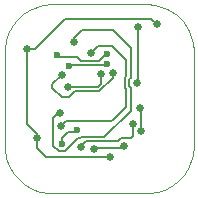
<source format=gbl>
G04 Layer_Physical_Order=2*
G04 Layer_Color=16711680*
%FSLAX25Y25*%
%MOIN*%
G70*
G01*
G75*
%ADD16C,0.00800*%
%ADD17C,0.00050*%
%ADD18C,0.02500*%
%ADD19C,0.02362*%
D16*
X16000Y25000D02*
X17769Y26769D01*
X18500D01*
X24569Y18419D02*
X25069D01*
X20069Y13919D02*
X24569Y18419D01*
X25069D02*
X25400Y18750D01*
X25150Y15500D02*
X27000Y17350D01*
X25400Y18750D02*
X33215D01*
X23500Y20500D02*
X24000Y21000D01*
X33215Y18750D02*
X42000Y27535D01*
X18700Y22400D02*
X20368Y24069D01*
X35858Y24500D02*
X36165D01*
X35426Y24069D02*
X35858Y24500D01*
X20368Y24069D02*
X35426D01*
X36165Y24500D02*
X40500Y28835D01*
X16000Y15850D02*
X17931Y13919D01*
X20069D01*
X16000Y15850D02*
Y25000D01*
X19000Y16500D02*
Y18360D01*
X18930Y18430D02*
X19000Y18360D01*
X13700Y12000D02*
X35000D01*
X25150Y15500D02*
X25500D01*
X21000Y20500D02*
X23500D01*
X29600Y14700D02*
X29836Y14936D01*
X27000Y17350D02*
X37702D01*
X18930Y18430D02*
X21000Y20500D01*
X38802Y18450D02*
X41950D01*
X42600Y19100D01*
X37702Y17350D02*
X38802Y18450D01*
X42600Y19100D02*
Y23100D01*
X45100Y28400D02*
X45250Y28250D01*
Y20707D02*
Y28250D01*
X39036Y14936D02*
X39900Y15800D01*
X10700Y15000D02*
X13700Y12000D01*
X32000Y36500D02*
Y39600D01*
X29836Y14936D02*
X39036D01*
X7500Y22900D02*
Y48000D01*
X10000D01*
X20150Y58150D02*
X48850D01*
X10000Y48000D02*
X20150Y58150D01*
X48850D02*
X50610Y56390D01*
X24000Y45500D02*
X25350Y44150D01*
X18000Y45500D02*
X24000D01*
X17500Y46000D02*
X18000Y45500D01*
X25900Y54500D02*
X36000D01*
X42000Y48500D01*
X31000Y35500D02*
X32000Y36500D01*
X21000Y35500D02*
X31000D01*
X36000Y38520D02*
Y40000D01*
X31480Y34000D02*
X36000Y38520D01*
X23248Y34000D02*
X31480D01*
X21248Y32000D02*
X23248Y34000D01*
X19000Y32000D02*
X21248D01*
X15800Y35200D02*
X19000Y32000D01*
X31171Y49081D02*
X35839D01*
X28890Y46800D02*
X31171Y49081D01*
X35839D02*
X40500Y44420D01*
X25350Y44150D02*
X31500D01*
X33850Y46500D02*
X34000D01*
X31500Y44150D02*
X33850Y46500D01*
X33750Y42750D02*
X34000Y43000D01*
X21750Y42750D02*
X33750D01*
X21500Y42500D02*
X21750Y42750D01*
X44000Y36800D02*
X44300D01*
X42000Y27535D02*
Y35052D01*
X41350Y35702D02*
X42000Y35052D01*
X41350Y35702D02*
Y37898D01*
X42000Y38548D01*
Y48500D01*
X40500Y28835D02*
Y34572D01*
X39950Y35122D02*
X40500Y34572D01*
X39950Y35122D02*
Y38478D01*
X40500Y39028D01*
Y44420D01*
X44300Y36800D02*
X44500Y37000D01*
Y55500D01*
X23000Y51600D02*
X25900Y54500D01*
X23000Y50500D02*
Y51600D01*
X15800Y35200D02*
Y36275D01*
X19000Y39475D01*
Y39500D01*
X10700Y15000D02*
Y18500D01*
X7500Y22900D02*
X10700Y19700D01*
Y18500D02*
Y19700D01*
D17*
X8Y15748D02*
X39Y14759D01*
X132Y13774D01*
X287Y12797D01*
X503Y11832D01*
X779Y10882D01*
X1114Y9951D01*
X1507Y9043D01*
X1956Y8161D01*
X2459Y7310D01*
X3015Y6492D01*
X3622Y5710D01*
X4276Y4968D01*
X4976Y4268D01*
X5718Y3614D01*
X6499Y3008D01*
X7318Y2451D01*
X8169Y1948D01*
X9051Y1499D01*
X9959Y1106D01*
X10889Y771D01*
X11840Y495D01*
X12805Y279D01*
X13782Y124D01*
X14767Y31D01*
X15756Y0D01*
Y62992D02*
X14767Y62961D01*
X13782Y62868D01*
X12805Y62713D01*
X11840Y62497D01*
X10889Y62221D01*
X9959Y61886D01*
X9051Y61493D01*
X8169Y61044D01*
X7318Y60541D01*
X6499Y59984D01*
X5718Y59378D01*
X4976Y58724D01*
X4276Y58024D01*
X3622Y57282D01*
X3015Y56501D01*
X2459Y55682D01*
X1956Y54831D01*
X1507Y53949D01*
X1114Y53041D01*
X779Y52110D01*
X503Y51160D01*
X287Y50195D01*
X132Y49218D01*
X39Y48233D01*
X8Y47244D01*
X47252Y0D02*
X48241Y31D01*
X49226Y124D01*
X50203Y279D01*
X51168Y495D01*
X52118Y771D01*
X53049Y1106D01*
X53957Y1499D01*
X54839Y1948D01*
X55690Y2451D01*
X56508Y3008D01*
X57290Y3614D01*
X58032Y4268D01*
X58732Y4968D01*
X59386Y5710D01*
X59992Y6492D01*
X60549Y7310D01*
X61052Y8161D01*
X61501Y9043D01*
X61894Y9951D01*
X62229Y10882D01*
X62505Y11832D01*
X62721Y12797D01*
X62876Y13774D01*
X62969Y14759D01*
X63000Y15748D01*
Y47244D02*
X62969Y48233D01*
X62876Y49218D01*
X62721Y50195D01*
X62505Y51161D01*
X62229Y52110D01*
X61894Y53041D01*
X61501Y53949D01*
X61052Y54831D01*
X60549Y55682D01*
X59992Y56501D01*
X59386Y57282D01*
X58732Y58024D01*
X58032Y58724D01*
X57290Y59378D01*
X56508Y59984D01*
X55690Y60541D01*
X54839Y61044D01*
X53957Y61493D01*
X53049Y61886D01*
X52118Y62221D01*
X51168Y62497D01*
X50203Y62713D01*
X49226Y62868D01*
X48241Y62961D01*
X47252Y62992D01*
X63000Y47244D02*
X62969Y48233D01*
X62876Y49218D01*
X62721Y50195D01*
X62505Y51161D01*
X62229Y52110D01*
X61894Y53041D01*
X61501Y53949D01*
X61052Y54831D01*
X60549Y55682D01*
X59992Y56501D01*
X59386Y57282D01*
X58732Y58024D01*
X58032Y58724D01*
X57290Y59378D01*
X56508Y59984D01*
X55690Y60541D01*
X54839Y61044D01*
X53957Y61493D01*
X53049Y61886D01*
X52118Y62221D01*
X51168Y62497D01*
X50203Y62713D01*
X49226Y62868D01*
X48241Y62961D01*
X47252Y62992D01*
X47252Y0D02*
X48241Y31D01*
X49226Y124D01*
X50203Y279D01*
X51168Y495D01*
X52118Y771D01*
X53049Y1106D01*
X53957Y1499D01*
X54839Y1948D01*
X55690Y2451D01*
X56508Y3008D01*
X57290Y3614D01*
X58032Y4268D01*
X58732Y4968D01*
X59386Y5710D01*
X59992Y6492D01*
X60549Y7310D01*
X61052Y8161D01*
X61501Y9043D01*
X61894Y9951D01*
X62229Y10882D01*
X62505Y11832D01*
X62721Y12797D01*
X62876Y13774D01*
X62969Y14759D01*
X63000Y15748D01*
X15756Y62992D02*
X14767Y62961D01*
X13782Y62868D01*
X12805Y62713D01*
X11840Y62497D01*
X10889Y62221D01*
X9959Y61886D01*
X9051Y61493D01*
X8169Y61044D01*
X7318Y60541D01*
X6499Y59984D01*
X5718Y59378D01*
X4976Y58724D01*
X4276Y58024D01*
X3622Y57282D01*
X3015Y56501D01*
X2459Y55682D01*
X1956Y54831D01*
X1507Y53949D01*
X1114Y53041D01*
X779Y52110D01*
X503Y51160D01*
X287Y50195D01*
X132Y49218D01*
X39Y48233D01*
X8Y47244D01*
Y15748D02*
X39Y14759D01*
X132Y13774D01*
X287Y12797D01*
X503Y11832D01*
X779Y10882D01*
X1114Y9951D01*
X1507Y9043D01*
X1956Y8161D01*
X2459Y7310D01*
X3015Y6492D01*
X3622Y5710D01*
X4276Y4968D01*
X4976Y4268D01*
X5718Y3614D01*
X6499Y3008D01*
X7318Y2451D01*
X8169Y1948D01*
X9051Y1499D01*
X9959Y1106D01*
X10889Y771D01*
X11840Y495D01*
X12805Y279D01*
X13782Y124D01*
X14767Y31D01*
X15756Y0D01*
X63000Y15748D02*
Y47244D01*
X15756Y62992D02*
X47252D01*
X8Y15748D02*
Y47244D01*
X15756Y0D02*
X47252D01*
X15756D02*
X47252D01*
X8Y15748D02*
Y47244D01*
X15756Y62992D02*
X47252D01*
X63000Y15748D02*
Y47244D01*
D18*
X18500Y26769D02*
D03*
X25500Y15500D02*
D03*
X18700Y22400D02*
D03*
X29600Y14700D02*
D03*
X35000Y12000D02*
D03*
X45100Y28400D02*
D03*
X45250Y20707D02*
D03*
X39900Y15800D02*
D03*
X28890Y46800D02*
D03*
X50610Y56390D02*
D03*
X32000Y39600D02*
D03*
X42600Y23100D02*
D03*
X36000Y40000D02*
D03*
X7500Y48000D02*
D03*
X44500Y55500D02*
D03*
X21000Y35500D02*
D03*
X44000Y36800D02*
D03*
X23000Y50500D02*
D03*
X19000Y39500D02*
D03*
X10700Y18500D02*
D03*
D19*
X24000Y21000D02*
D03*
X19000Y16500D02*
D03*
X17500Y46000D02*
D03*
X34000Y46500D02*
D03*
Y43000D02*
D03*
X21500Y42500D02*
D03*
M02*

</source>
